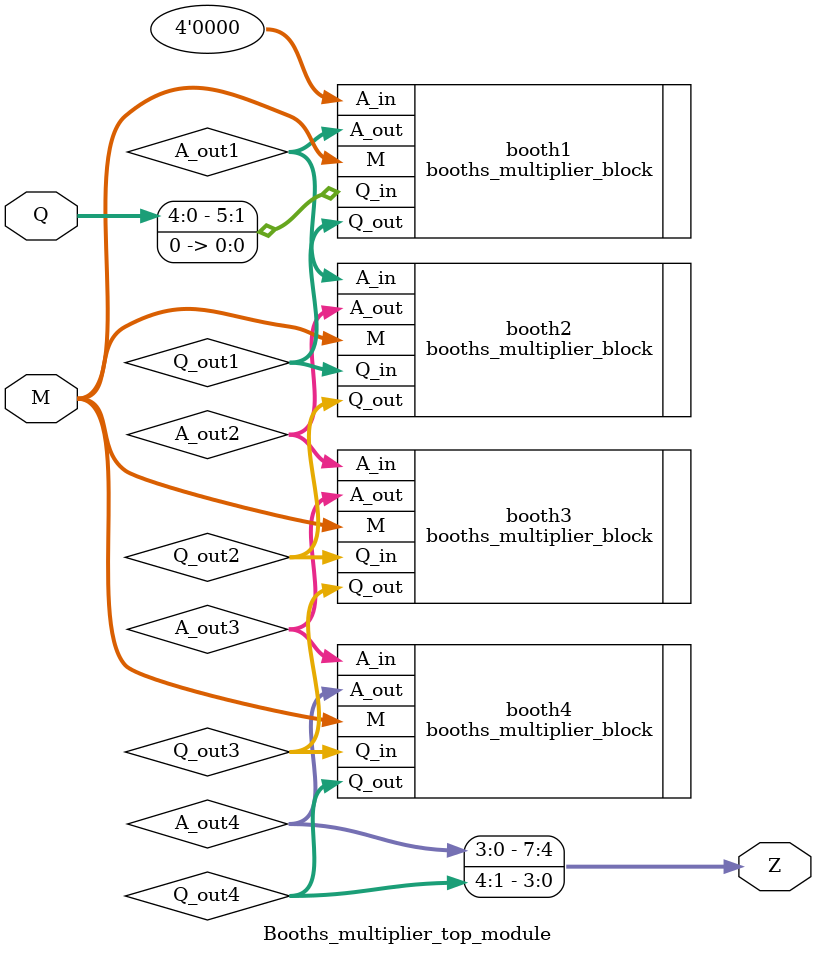
<source format=v>
`timescale 1ns / 1ps


module Booths_multiplier_top_module(
    input [3:0] M,
    input [4:0] Q,
    output [7:0] Z
    );


wire [3:0] A_out1;
wire [4:0] Q_out1;

wire [3:0] A_out2;
wire [4:0] Q_out2;

wire [3:0] A_out3;
wire [4:0] Q_out3;

wire [3:0] A_out4;
wire [4:0] Q_out4;

reg [7:0] Z_temp;



//Accumilator is initially with '0000' //
// Here we make Q as 4 bit register, but in top module it's 5 bits .... so we seperately instantiate the Q_i-1 bit as '0' //


booths_multiplier_block booth1 (
	
	.A_in(4'b0000),
	.M(M),
	.Q_in({Q,1'b0}),
	.A_out(A_out1),
	.Q_out(Q_out1)
);


booths_multiplier_block booth2 (
	
	.A_in(A_out1),
	.M(M),
	.Q_in(Q_out1),
	.A_out(A_out2),
	.Q_out(Q_out2)
);


booths_multiplier_block booth3 (
	
	.A_in(A_out2),
	.M(M),
	.Q_in(Q_out2),
	.A_out(A_out3),
	.Q_out(Q_out3)
);

booths_multiplier_block booth4 (
	
	.A_in(A_out3),
	.M(M),
	.Q_in(Q_out3),
	.A_out(A_out4),
	.Q_out(Q_out4)
);


assign Z = {A_out4,Q_out4[4:1]} ;


endmodule

</source>
